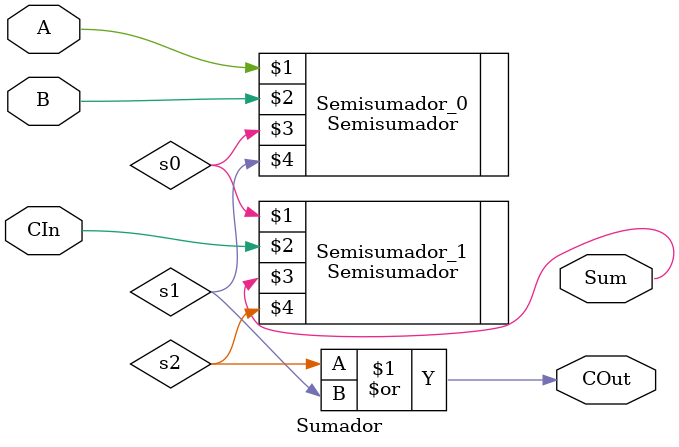
<source format=v>
module Sumador (
  input A,
  input B,
  input CIn,
  output COut,
  output Sum
);
  wire s0;
  wire s1;
  wire s2;
  Semisumador Semisumador_0 (A,B,s0,s1);
  Semisumador Semisumador_1 (s0,CIn,Sum,s2);
  assign COut = (s2 | s1);
endmodule

</source>
